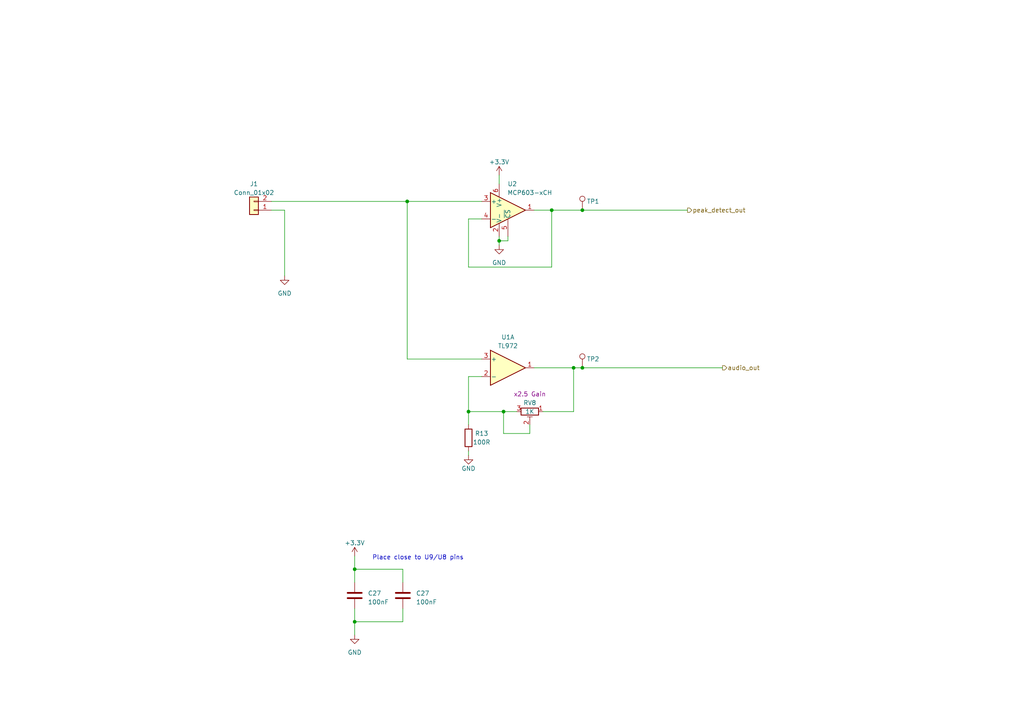
<source format=kicad_sch>
(kicad_sch (version 20230121) (generator eeschema)
  (paper "A4")
  (lib_symbols
    (symbol "Amplifier_Operational:MCP603-xCH" (pin_names (offset 0.127))
      (property "Reference" "U" (at 0 6.35 0))
      (property "Value" "MCP603-xCH" (at 0 3.81 0))
      (symbol "MCP603-xCH_0_1"
        (polyline (pts (xy -5.08 5.08) (xy 5.08 0) (xy -5.08 -5.08) (xy -5.08 5.08)) (stroke (width 0.254)) (fill (type background)))
      )
      (symbol "MCP603-xCH_1_1"
        (pin output line (at 7.62 0 180) (length 2.54) (name "~") (number "1"))
        (pin power_in line (at -2.54 -7.62 90) (length 3.81) (name "V-") (number "2"))
        (pin input line (at -7.62 2.54 0) (length 2.54) (name "+") (number "3"))
        (pin input line (at -7.62 -2.54 0) (length 2.54) (name "-") (number "4"))
        (pin input line (at 0 -7.62 90) (length 5.08) (name "~{CS}") (number "5"))
        (pin power_in line (at -2.54 7.62 270) (length 3.81) (name "V+") (number "6"))
      )
    )
    (symbol "Amplifier_Operational:TL072" (pin_names (offset 0.127))
      (property "Reference" "U" (at 0 5.08 0))
      (property "Value" "TL072" (at 0 -5.08 0))
      (symbol "TL072_1_1"
        (polyline (pts (xy -5.08 5.08) (xy 5.08 0) (xy -5.08 -5.08) (xy -5.08 5.08)) (stroke (width 0.254)) (fill (type background)))
        (pin output line (at 7.62 0 180) (length 2.54) (name "~") (number "1"))
        (pin input line (at -7.62 -2.54 0) (length 2.54) (name "-") (number "2"))
        (pin input line (at -7.62 2.54 0) (length 2.54) (name "+") (number "3"))
      )
      (symbol "TL072_2_1"
        (polyline (pts (xy -5.08 5.08) (xy 5.08 0) (xy -5.08 -5.08) (xy -5.08 5.08)) (stroke (width 0.254)) (fill (type background)))
        (pin input line (at -7.62 2.54 0) (length 2.54) (name "+") (number "5"))
        (pin input line (at -7.62 -2.54 0) (length 2.54) (name "-") (number "6"))
        (pin output line (at 7.62 0 180) (length 2.54) (name "~") (number "7"))
      )
      (symbol "TL072_3_1"
        (pin power_in line (at -2.54 -7.62 90) (length 3.81) (name "V-") (number "4"))
        (pin power_in line (at -2.54 7.62 270) (length 3.81) (name "V+") (number "8"))
      )
    )
    (symbol "Connector:TestPoint" (pin_numbers hide) (pin_names (offset 0.762) hide)
      (property "Reference" "TP" (at 0 6.858 0))
      (property "Value" "TestPoint" (at 0 5.08 0))
      (symbol "TestPoint_0_1"
        (circle (center 0 3.302) (radius 0.762))
      )
      (symbol "TestPoint_1_1"
        (pin passive line (at 0 0 90) (length 2.54) (name "1") (number "1"))
      )
    )
    (symbol "Connector_Generic:Conn_01x02" (pin_names (offset 1.016) hide)
      (property "Reference" "J" (at 0 2.54 0))
      (property "Value" "Conn_01x02" (at 0 -5.08 0))
      (symbol "Conn_01x02_1_1"
        (rectangle (start -1.27 -2.413) (end 0 -2.667) (stroke (width 0.1524)))
        (rectangle (start -1.27 0.127) (end 0 -0.127) (stroke (width 0.1524)))
        (rectangle (start -1.27 1.27) (end 1.27 -3.81) (stroke (width 0.254)) (fill (type background)))
        (pin passive line (at -5.08 0 0) (length 3.81) (name "Pin_1") (number "1"))
        (pin passive line (at -5.08 -2.54 0) (length 3.81) (name "Pin_2") (number "2"))
      )
    )
    (symbol "Device:C" (pin_numbers hide) (pin_names (offset 0.254))
      (property "Reference" "C" (at 0.635 2.54 0))
      (property "Value" "C" (at 0.635 -2.54 0))
      (symbol "C_0_1"
        (polyline (pts (xy -2.032 -0.762) (xy 2.032 -0.762)) (stroke (width 0.508)))
        (polyline (pts (xy -2.032 0.762) (xy 2.032 0.762)) (stroke (width 0.508)))
      )
      (symbol "C_1_1"
        (pin passive line (at 0 3.81 270) (length 2.794) (name "~") (number "1"))
        (pin passive line (at 0 -3.81 90) (length 2.794) (name "~") (number "2"))
      )
    )
    (symbol "Device:R" (pin_numbers hide) (pin_names (offset 0))
      (property "Reference" "R" (at 2.032 0 90))
      (property "Value" "R" (at 0 0 90))
      (symbol "R_0_1"
        (rectangle (start -1.016 -2.54) (end 1.016 2.54) (stroke (width 0.254)))
      )
      (symbol "R_1_1"
        (pin passive line (at 0 3.81 270) (length 1.27) (name "~") (number "1"))
        (pin passive line (at 0 -3.81 90) (length 1.27) (name "~") (number "2"))
      )
    )
    (symbol "Device:R_Potentiometer_Trim" (pin_names (offset 1.016) hide)
      (property "Reference" "RV" (at -4.445 0 90))
      (property "Value" "R_Potentiometer_Trim" (at -2.54 0 90))
      (symbol "R_Potentiometer_Trim_0_1"
        (polyline (pts (xy 1.524 0.762) (xy 1.524 -0.762)))
        (polyline (pts (xy 2.54 0) (xy 1.524 0)))
        (rectangle (start 1.016 2.54) (end -1.016 -2.54) (stroke (width 0.254)))
      )
      (symbol "R_Potentiometer_Trim_1_1"
        (pin passive line (at 0 3.81 270) (length 1.27) (name "1") (number "1"))
        (pin passive line (at 3.81 0 180) (length 1.27) (name "2") (number "2"))
        (pin passive line (at 0 -3.81 90) (length 1.27) (name "3") (number "3"))
      )
    )
    (symbol "power:+3.3V" (power) (pin_names (offset 0))
      (property "Value" "+3.3V" (at 0 3.556 0))
      (symbol "+3.3V_0_1"
        (polyline (pts (xy -0.762 1.27) (xy 0 2.54)))
        (polyline (pts (xy 0 0) (xy 0 2.54)))
        (polyline (pts (xy 0 2.54) (xy 0.762 1.27)))
      )
      (symbol "+3.3V_1_1"
        (pin power_in line (at 0 0 90) (length 0) hide (name "+3.3V") (number "1"))
      )
    )
    (symbol "power:GND" (power) (pin_names (offset 0))
      (property "Value" "GND" (at 0 -3.81 0))
      (symbol "GND_0_1"
        (polyline (pts (xy 0 0) (xy 0 -1.27) (xy 1.27 -1.27) (xy 0 -2.54) (xy -1.27 -1.27) (xy 0 -1.27)))
      )
      (symbol "GND_1_1"
        (pin power_in line (at 0 0 270) (length 0) hide (name "GND") (number "1"))
      )
    )
  )
  (junction (at 135.89 119.38))
  (junction (at 146.05 119.38))
  (junction (at 144.78 69.85))
  (junction (at 166.37 106.68))
  (junction (at 168.91 106.68))
  (junction (at 118.11 58.42))
  (junction (at 102.87 165.1))
  (junction (at 160.02 60.96))
  (junction (at 168.91 60.96))
  (junction (at 102.87 180.34))
  (wire (pts (xy 102.87 180.34) (xy 102.87 184.15)))
  (wire (pts (xy 154.94 106.68) (xy 166.37 106.68)))
  (wire (pts (xy 118.11 58.42) (xy 139.7 58.42)))
  (wire (pts (xy 135.89 119.38) (xy 135.89 123.19)))
  (wire (pts (xy 102.87 176.53) (xy 102.87 180.34)))
  (wire (pts (xy 168.91 106.68) (xy 209.55 106.68)))
  (wire (pts (xy 144.78 68.58) (xy 144.78 69.85)))
  (wire (pts (xy 102.87 165.1) (xy 116.84 165.1)))
  (wire (pts (xy 160.02 77.47) (xy 160.02 60.96)))
  (wire (pts (xy 153.67 125.73) (xy 146.05 125.73)))
  (wire (pts (xy 157.48 119.38) (xy 166.37 119.38)))
  (wire (pts (xy 146.05 119.38) (xy 149.86 119.38)))
  (wire (pts (xy 135.89 130.81) (xy 135.89 132.08)))
  (wire (pts (xy 82.55 60.96) (xy 82.55 80.01)))
  (wire (pts (xy 144.78 50.8) (xy 144.78 53.34)))
  (wire (pts (xy 135.89 77.47) (xy 160.02 77.47)))
  (wire (pts (xy 118.11 58.42) (xy 118.11 104.14)))
  (wire (pts (xy 160.02 60.96) (xy 168.91 60.96)))
  (wire (pts (xy 135.89 109.22) (xy 135.89 119.38)))
  (wire (pts (xy 102.87 165.1) (xy 102.87 168.91)))
  (wire (pts (xy 116.84 165.1) (xy 116.84 168.91)))
  (wire (pts (xy 146.05 125.73) (xy 146.05 119.38)))
  (wire (pts (xy 166.37 119.38) (xy 166.37 106.68)))
  (wire (pts (xy 139.7 109.22) (xy 135.89 109.22)))
  (wire (pts (xy 78.74 60.96) (xy 82.55 60.96)))
  (wire (pts (xy 153.67 123.19) (xy 153.67 125.73)))
  (wire (pts (xy 147.32 69.85) (xy 144.78 69.85)))
  (wire (pts (xy 102.87 161.29) (xy 102.87 165.1)))
  (wire (pts (xy 144.78 69.85) (xy 144.78 71.12)))
  (wire (pts (xy 116.84 176.53) (xy 116.84 180.34)))
  (wire (pts (xy 168.91 60.96) (xy 199.39 60.96)))
  (wire (pts (xy 147.32 68.58) (xy 147.32 69.85)))
  (wire (pts (xy 154.94 60.96) (xy 160.02 60.96)))
  (wire (pts (xy 139.7 63.5) (xy 135.89 63.5)))
  (wire (pts (xy 166.37 106.68) (xy 168.91 106.68)))
  (wire (pts (xy 118.11 58.42) (xy 78.74 58.42)))
  (wire (pts (xy 135.89 119.38) (xy 146.05 119.38)))
  (wire (pts (xy 118.11 104.14) (xy 139.7 104.14)))
  (wire (pts (xy 116.84 180.34) (xy 102.87 180.34)))
  (wire (pts (xy 135.89 63.5) (xy 135.89 77.47)))
  (text "Place close to U9/U8 pins" (at 107.95 162.56 0) (effects (font (size 1.27 1.27)) (justify left bottom)))
  (hierarchical_label "audio_out" (shape output) (at 209.55 106.68 0))
  (hierarchical_label "peak_detect_out" (shape output) (at 199.39 60.96 0))
  (symbol (lib_id "Amplifier_Operational:MCP603-xCH") (at 147.32 60.96 0) (unit 1)
    (property "Reference" "U2" (at 148.59 53.34 0))
    (property "Value" "MCP603-xCH" (at 153.67 55.88 0))
    (property "Footprint" "Package_TO_SOT_SMD:SOT-23-6" (effects hide))
    (property "Datasheet" "${KIPRJMOD}/../../docs/datasheet/mcp603.pdf" (effects hide))
  )
  (symbol (lib_id "Device:R_Potentiometer_Trim") (at 153.67 119.38 270) (unit 1)
    (property "Reference" "RV8" (at 153.67 116.84 90))
    (property "Value" "1K" (at 153.67 119.38 90))
    (property "Footprint" "Potentiometer_THT:Potentiometer_Piher_PT-10-V10_Vertical" (effects hide))
    (property "Gain" "x2.5 Gain" (at 153.67 114.3 90))
    (instances (project "adsr_vca_fx" (path "" (reference "RV8") (unit 1)) (path "" (reference "RV10") (unit 1))))
  )
  (symbol (lib_id "power:+3.3V") (at 144.78 50.8 0) (unit 1)
    (property "Reference" "#PWR016" (effects hide))
    (property "Value" "+3.3V" (at 144.78 46.99 0))
  )
  (symbol (lib_id "power:GND") (at 82.55 80.01 0) (unit 1)
    (property "Reference" "#PWR010" (effects hide))
    (property "Value" "GND" (at 82.55 85.09 0))
  )
  (symbol (lib_id "power:GND") (at 144.78 71.12 0) (unit 1)
    (property "Reference" "#PWR017" (effects hide))
    (property "Value" "GND" (at 144.78 76.2 0))
  )
  (symbol (lib_id "power:GND") (at 135.89 132.08 0) (unit 1)
    (property "Reference" "#PWR050" (effects hide))
    (property "Value" "GND" (at 135.89 135.89 0))
    (instances (project "adsr_vca_fx" (path "" (reference "#PWR050") (unit 1)) (path "" (reference "#PWR021") (unit 1))))
  )
  (symbol (lib_id "Device:R") (at 135.89 127 0) (mirror x) (unit 1)
    (property "Reference" "R13" (at 139.7 125.73 0))
    (property "Value" "100R" (at 139.7 128.27 0))
    (property "Footprint" "Resistor_SMD:R_0805_2012Metric_Pad1.20x1.40mm_HandSolder" (effects hide))
    (instances (project "adsr_vca_fx" (path "" (reference "R13") (unit 1)) (path "" (reference "R21") (unit 1))))
  )
  (symbol (lib_id "Connector:TestPoint") (at 168.91 60.96 0) (unit 1)
    (property "Reference" "TP1" (at 170.18 58.42 0) (effects (justify left)))
    (property "Value" "TestPoint" (effects hide))
    (property "Footprint" "TestPoint:TestPoint_Pad_1.0x1.0mm" (effects hide))
  )
  (symbol (lib_id "Device:C") (at 116.84 172.72 0) (unit 1)
    (property "Reference" "C27" (at 120.65 172.085 0) (effects (justify left)))
    (property "Value" "100nF" (at 120.65 174.625 0) (effects (justify left)))
    (property "Footprint" "Capacitor_SMD:C_0805_2012Metric_Pad1.18x1.45mm_HandSolder" (effects hide))
    (instances (project "adsr_vca_fx" (path "" (reference "C27") (unit 1)) (path "" (reference "C4") (unit 1))))
  )
  (symbol (lib_id "power:GND") (at 102.87 184.15 0) (unit 1)
    (property "Reference" "#PWR058" (effects hide))
    (property "Value" "GND" (at 102.87 189.23 0))
    (instances (project "adsr_vca_fx" (path "" (reference "#PWR058") (unit 1)) (path "" (reference "#PWR015") (unit 1))))
  )
  (symbol (lib_id "Device:C") (at 102.87 172.72 0) (unit 1)
    (property "Reference" "C27" (at 106.68 172.085 0) (effects (justify left)))
    (property "Value" "100nF" (at 106.68 174.625 0) (effects (justify left)))
    (property "Footprint" "Capacitor_SMD:C_0805_2012Metric_Pad1.18x1.45mm_HandSolder" (effects hide))
    (instances (project "adsr_vca_fx" (path "" (reference "C27") (unit 1)) (path "" (reference "C3") (unit 1))))
  )
  (symbol (lib_id "Connector:TestPoint") (at 168.91 106.68 0) (unit 1)
    (property "Reference" "TP2" (at 170.18 104.14 0) (effects (justify left)))
    (property "Value" "TestPoint" (effects hide))
    (property "Footprint" "TestPoint:TestPoint_Pad_1.0x1.0mm" (effects hide))
  )
  (symbol (lib_id "Connector_Generic:Conn_01x02") (at 73.66 60.96 180) (unit 1)
    (property "Reference" "J1" (at 73.66 53.34 0))
    (property "Value" "Conn_01x02" (at 73.66 55.88 0))
    (property "Footprint" "Connector_PinHeader_2.54mm:PinHeader_1x02_P2.54mm_Vertical" (effects hide))
    (instances (project "adsr_vca_fx" (path "" (reference "J1") (unit 1)) (path "" (reference "J4") (unit 1))))
  )
  (symbol (lib_id "power:+3.3V") (at 102.87 161.29 0) (unit 1)
    (property "Reference" "#PWR014" (effects hide))
    (property "Value" "+3.3V" (at 102.87 157.48 0))
  )
  (symbol (lib_id "Amplifier_Operational:TL072") (at 147.32 106.68 0) (unit 1)
    (property "Reference" "U1" (at 147.32 97.79 0))
    (property "Value" "TL972" (at 147.32 100.33 0))
    (property "Footprint" "Package_SO:SOIC-8_3.9x4.9mm_P1.27mm" (effects hide))
    (property "Datasheet" "${KIPRJMOD}/../../docs/datasheet/tl971.pdf" (effects hide))
  )
)
</source>
